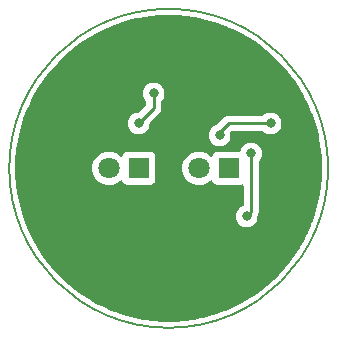
<source format=gbl>
G04 #@! TF.GenerationSoftware,KiCad,Pcbnew,6.0.8-f2edbf62ab~116~ubuntu20.04.1*
G04 #@! TF.CreationDate,2022-10-20T17:58:05+02:00*
G04 #@! TF.ProjectId,IR-Lese-Schreibkopf,49522d4c-6573-4652-9d53-636872656962,rev?*
G04 #@! TF.SameCoordinates,Original*
G04 #@! TF.FileFunction,Copper,L2,Bot*
G04 #@! TF.FilePolarity,Positive*
%FSLAX46Y46*%
G04 Gerber Fmt 4.6, Leading zero omitted, Abs format (unit mm)*
G04 Created by KiCad (PCBNEW 6.0.8-f2edbf62ab~116~ubuntu20.04.1) date 2022-10-20 17:58:05*
%MOMM*%
%LPD*%
G01*
G04 APERTURE LIST*
G04 #@! TA.AperFunction,Profile*
%ADD10C,0.200000*%
G04 #@! TD*
G04 #@! TA.AperFunction,ComponentPad*
%ADD11R,1.800000X1.800000*%
G04 #@! TD*
G04 #@! TA.AperFunction,ComponentPad*
%ADD12C,1.800000*%
G04 #@! TD*
G04 #@! TA.AperFunction,ViaPad*
%ADD13C,0.800000*%
G04 #@! TD*
G04 #@! TA.AperFunction,Conductor*
%ADD14C,0.250000*%
G04 #@! TD*
G04 APERTURE END LIST*
D10*
X150660000Y-99060000D02*
G75*
G03*
X150660000Y-99060000I-13500000J0D01*
G01*
D11*
X134620000Y-99060000D03*
D12*
X132080000Y-99060000D03*
D11*
X142240000Y-99060000D03*
D12*
X139700000Y-99060000D03*
D13*
X135890000Y-92710000D03*
X134620000Y-95250000D03*
X141478000Y-96266000D03*
X145796000Y-95250000D03*
X143764000Y-103124000D03*
X144145000Y-97790000D03*
X145415000Y-90170000D03*
X141732000Y-94234000D03*
X133350000Y-87630000D03*
X132080000Y-89535000D03*
X137160000Y-102870000D03*
X127635000Y-101854000D03*
X132715000Y-109855000D03*
X148590000Y-102870000D03*
X129032000Y-91186000D03*
X141986000Y-109474000D03*
X128016000Y-92202000D03*
X131318000Y-108966000D03*
X139065000Y-87630000D03*
X127635000Y-99695000D03*
X146050000Y-97155000D03*
X147320000Y-105410000D03*
X141732000Y-92710000D03*
X143510000Y-108966000D03*
X137160000Y-97155000D03*
X137160000Y-99695000D03*
X138430000Y-102870000D03*
X135890000Y-106426000D03*
D14*
X135890000Y-93980000D02*
X134620000Y-95250000D01*
X135890000Y-92710000D02*
X135890000Y-93980000D01*
X141478000Y-96266000D02*
X141478000Y-96012000D01*
X141478000Y-96012000D02*
X142240000Y-95250000D01*
X142240000Y-95250000D02*
X145796000Y-95250000D01*
X144145000Y-102743000D02*
X143764000Y-103124000D01*
X144145000Y-97790000D02*
X144145000Y-102743000D01*
G04 #@! TA.AperFunction,Conductor*
G36*
X137186076Y-86068618D02*
G01*
X137881809Y-86088659D01*
X137888608Y-86089040D01*
X138074665Y-86104500D01*
X138582216Y-86146674D01*
X138588991Y-86147422D01*
X139278466Y-86242482D01*
X139285191Y-86243595D01*
X139847127Y-86352314D01*
X139925761Y-86367528D01*
X139968521Y-86375801D01*
X139975173Y-86377275D01*
X140650379Y-86546250D01*
X140656916Y-86548075D01*
X141071760Y-86676094D01*
X141321993Y-86753315D01*
X141328450Y-86755501D01*
X141515211Y-86824400D01*
X141981440Y-86996401D01*
X141987729Y-86998916D01*
X142307256Y-87136857D01*
X142626763Y-87274790D01*
X142632945Y-87277660D01*
X143256082Y-87587665D01*
X143262101Y-87590865D01*
X143867575Y-87934124D01*
X143873412Y-87937645D01*
X144459450Y-88313153D01*
X144465087Y-88316985D01*
X145029916Y-88723604D01*
X145035339Y-88727734D01*
X145422369Y-89039469D01*
X145560817Y-89150983D01*
X145577396Y-89164337D01*
X145582580Y-89168749D01*
X146100226Y-89634023D01*
X146105170Y-89638715D01*
X146596884Y-90131288D01*
X146601568Y-90136241D01*
X147039656Y-90625355D01*
X147065932Y-90654692D01*
X147070340Y-90659891D01*
X147505982Y-91202690D01*
X147510092Y-91208104D01*
X147667612Y-91427719D01*
X147915767Y-91773700D01*
X147919588Y-91779345D01*
X148294048Y-92365999D01*
X148297559Y-92371841D01*
X148639761Y-92977915D01*
X148642950Y-92983939D01*
X148951879Y-93607637D01*
X148954736Y-93613818D01*
X149015178Y-93754500D01*
X149229484Y-94253312D01*
X149232004Y-94259646D01*
X149349723Y-94580460D01*
X149461371Y-94884729D01*
X149471759Y-94913040D01*
X149473931Y-94919493D01*
X149678004Y-95584909D01*
X149679823Y-95591467D01*
X149847620Y-96266975D01*
X149849075Y-96273592D01*
X149919931Y-96643279D01*
X149980096Y-96957186D01*
X149981197Y-96963913D01*
X150074971Y-97652945D01*
X150075053Y-97653550D01*
X150075787Y-97660309D01*
X150106155Y-98033671D01*
X150132212Y-98354030D01*
X150132581Y-98360837D01*
X150151448Y-99058087D01*
X150151493Y-99061935D01*
X150151190Y-99148767D01*
X150151118Y-99152614D01*
X150127384Y-99849702D01*
X150126968Y-99856506D01*
X150065701Y-100549820D01*
X150064917Y-100556591D01*
X149966252Y-101245546D01*
X149965104Y-101252265D01*
X149829319Y-101934900D01*
X149827813Y-101941531D01*
X149655305Y-102615847D01*
X149653437Y-102622402D01*
X149444728Y-103286363D01*
X149442509Y-103292808D01*
X149366503Y-103495556D01*
X149249844Y-103806749D01*
X149198198Y-103944515D01*
X149195637Y-103950822D01*
X148969102Y-104468112D01*
X148916422Y-104588405D01*
X148913524Y-104594561D01*
X148600262Y-105216062D01*
X148597034Y-105222059D01*
X148314098Y-105715095D01*
X148250597Y-105825749D01*
X148247045Y-105831567D01*
X147868491Y-106415604D01*
X147864630Y-106421222D01*
X147455040Y-106983940D01*
X147450881Y-106989340D01*
X147011457Y-107529088D01*
X147007012Y-107534256D01*
X146539040Y-108049453D01*
X146534323Y-108054373D01*
X146292091Y-108293664D01*
X146039163Y-108543520D01*
X146034207Y-108548158D01*
X145656612Y-108882813D01*
X145513327Y-109009804D01*
X145508106Y-109014185D01*
X144963032Y-109446980D01*
X144957581Y-109451073D01*
X144389890Y-109853766D01*
X144384230Y-109857555D01*
X143906693Y-110158858D01*
X143795601Y-110228952D01*
X143789742Y-110232431D01*
X143181872Y-110571462D01*
X143175873Y-110574598D01*
X142661447Y-110826057D01*
X142550552Y-110880264D01*
X142544356Y-110883088D01*
X142016272Y-111106703D01*
X141903431Y-111154485D01*
X141897087Y-111156971D01*
X141362732Y-111349877D01*
X141242438Y-111393304D01*
X141235967Y-111395444D01*
X140569492Y-111596030D01*
X140562914Y-111597817D01*
X140124486Y-111704289D01*
X139886566Y-111762068D01*
X139879921Y-111763493D01*
X139310364Y-111869568D01*
X139195663Y-111890930D01*
X139188930Y-111891996D01*
X138498816Y-111982239D01*
X138492036Y-111982940D01*
X137798032Y-112035731D01*
X137791224Y-112036064D01*
X137381749Y-112044999D01*
X137095371Y-112051248D01*
X137088573Y-112051212D01*
X136693605Y-112038455D01*
X136392933Y-112028743D01*
X136386129Y-112028339D01*
X136096256Y-112003234D01*
X135692700Y-111968282D01*
X135685950Y-111967512D01*
X135400338Y-111927118D01*
X134996814Y-111870047D01*
X134990093Y-111868911D01*
X134307203Y-111734314D01*
X134300554Y-111732815D01*
X133625976Y-111561494D01*
X133619417Y-111559638D01*
X133093865Y-111395444D01*
X132955068Y-111352081D01*
X132948645Y-111349881D01*
X132296500Y-111106703D01*
X132290180Y-111104150D01*
X131652133Y-110826057D01*
X131645960Y-110823165D01*
X131023893Y-110510978D01*
X131017906Y-110507767D01*
X130413634Y-110162398D01*
X130407811Y-110158858D01*
X129823093Y-109781310D01*
X129817469Y-109777459D01*
X129254033Y-109368849D01*
X129248625Y-109364699D01*
X129048750Y-109202555D01*
X128708093Y-108926203D01*
X128702950Y-108921794D01*
X128186931Y-108454718D01*
X128182004Y-108450010D01*
X127692012Y-107955723D01*
X127687345Y-107950754D01*
X127224784Y-107430673D01*
X127220394Y-107425459D01*
X126786649Y-106881142D01*
X126782547Y-106875698D01*
X126378872Y-106308723D01*
X126375070Y-106303065D01*
X126002653Y-105715095D01*
X125999162Y-105709240D01*
X125659071Y-105101963D01*
X125655903Y-105095928D01*
X125349159Y-104471168D01*
X125346326Y-104464980D01*
X125073814Y-103824535D01*
X125071316Y-103818193D01*
X124833837Y-103163949D01*
X124831686Y-103157481D01*
X124629942Y-102491375D01*
X124628143Y-102484800D01*
X124462714Y-101808749D01*
X124461273Y-101802087D01*
X124332644Y-101118060D01*
X124331566Y-101111329D01*
X124240116Y-100421353D01*
X124239404Y-100414574D01*
X124185402Y-99720680D01*
X124185057Y-99713873D01*
X124171785Y-99150697D01*
X124168834Y-99025469D01*
X130667095Y-99025469D01*
X130667392Y-99030622D01*
X130667392Y-99030625D01*
X130674204Y-99148767D01*
X130680427Y-99256697D01*
X130681564Y-99261743D01*
X130681565Y-99261749D01*
X130713741Y-99404523D01*
X130731346Y-99482642D01*
X130818484Y-99697237D01*
X130939501Y-99894719D01*
X131091147Y-100069784D01*
X131269349Y-100217730D01*
X131469322Y-100334584D01*
X131685694Y-100417209D01*
X131690760Y-100418240D01*
X131690761Y-100418240D01*
X131706062Y-100421353D01*
X131912656Y-100463385D01*
X132042089Y-100468131D01*
X132138949Y-100471683D01*
X132138953Y-100471683D01*
X132144113Y-100471872D01*
X132149233Y-100471216D01*
X132149235Y-100471216D01*
X132223166Y-100461745D01*
X132373847Y-100442442D01*
X132378795Y-100440957D01*
X132378802Y-100440956D01*
X132590747Y-100377369D01*
X132595690Y-100375886D01*
X132676236Y-100336427D01*
X132799049Y-100276262D01*
X132799052Y-100276260D01*
X132803684Y-100273991D01*
X132992243Y-100139494D01*
X133037309Y-100094585D01*
X133099681Y-100060669D01*
X133170487Y-100065857D01*
X133227249Y-100108503D01*
X133244231Y-100139607D01*
X133269385Y-100206705D01*
X133356739Y-100323261D01*
X133473295Y-100410615D01*
X133609684Y-100461745D01*
X133671866Y-100468500D01*
X135568134Y-100468500D01*
X135630316Y-100461745D01*
X135766705Y-100410615D01*
X135883261Y-100323261D01*
X135970615Y-100206705D01*
X136021745Y-100070316D01*
X136028500Y-100008134D01*
X136028500Y-99025469D01*
X138287095Y-99025469D01*
X138287392Y-99030622D01*
X138287392Y-99030625D01*
X138294204Y-99148767D01*
X138300427Y-99256697D01*
X138301564Y-99261743D01*
X138301565Y-99261749D01*
X138333741Y-99404523D01*
X138351346Y-99482642D01*
X138438484Y-99697237D01*
X138559501Y-99894719D01*
X138711147Y-100069784D01*
X138889349Y-100217730D01*
X139089322Y-100334584D01*
X139305694Y-100417209D01*
X139310760Y-100418240D01*
X139310761Y-100418240D01*
X139326062Y-100421353D01*
X139532656Y-100463385D01*
X139662089Y-100468131D01*
X139758949Y-100471683D01*
X139758953Y-100471683D01*
X139764113Y-100471872D01*
X139769233Y-100471216D01*
X139769235Y-100471216D01*
X139843166Y-100461745D01*
X139993847Y-100442442D01*
X139998795Y-100440957D01*
X139998802Y-100440956D01*
X140210747Y-100377369D01*
X140215690Y-100375886D01*
X140296236Y-100336427D01*
X140419049Y-100276262D01*
X140419052Y-100276260D01*
X140423684Y-100273991D01*
X140612243Y-100139494D01*
X140657309Y-100094585D01*
X140719681Y-100060669D01*
X140790487Y-100065857D01*
X140847249Y-100108503D01*
X140864231Y-100139607D01*
X140889385Y-100206705D01*
X140976739Y-100323261D01*
X141093295Y-100410615D01*
X141229684Y-100461745D01*
X141291866Y-100468500D01*
X143188134Y-100468500D01*
X143250316Y-100461745D01*
X143257712Y-100458973D01*
X143257718Y-100458971D01*
X143341271Y-100427648D01*
X143412078Y-100422465D01*
X143474447Y-100456386D01*
X143508576Y-100518641D01*
X143511500Y-100545630D01*
X143511500Y-102160118D01*
X143491498Y-102228239D01*
X143436748Y-102275225D01*
X143313281Y-102330195D01*
X143313274Y-102330199D01*
X143307248Y-102332882D01*
X143152747Y-102445134D01*
X143148326Y-102450044D01*
X143148325Y-102450045D01*
X143117032Y-102484800D01*
X143024960Y-102587056D01*
X142929473Y-102752444D01*
X142870458Y-102934072D01*
X142869768Y-102940633D01*
X142869768Y-102940635D01*
X142866642Y-102970378D01*
X142850496Y-103124000D01*
X142870458Y-103313928D01*
X142929473Y-103495556D01*
X143024960Y-103660944D01*
X143152747Y-103802866D01*
X143307248Y-103915118D01*
X143313276Y-103917802D01*
X143313278Y-103917803D01*
X143373275Y-103944515D01*
X143481712Y-103992794D01*
X143575113Y-104012647D01*
X143662056Y-104031128D01*
X143662061Y-104031128D01*
X143668513Y-104032500D01*
X143859487Y-104032500D01*
X143865939Y-104031128D01*
X143865944Y-104031128D01*
X143952887Y-104012647D01*
X144046288Y-103992794D01*
X144154725Y-103944515D01*
X144214722Y-103917803D01*
X144214724Y-103917802D01*
X144220752Y-103915118D01*
X144375253Y-103802866D01*
X144503040Y-103660944D01*
X144598527Y-103495556D01*
X144657542Y-103313928D01*
X144677504Y-103124000D01*
X144678603Y-103124115D01*
X144693578Y-103069376D01*
X144694613Y-103068041D01*
X144712176Y-103027457D01*
X144717383Y-103016827D01*
X144738695Y-102978060D01*
X144740666Y-102970383D01*
X144740668Y-102970378D01*
X144743732Y-102958442D01*
X144750138Y-102939730D01*
X144755034Y-102928417D01*
X144758181Y-102921145D01*
X144765097Y-102877481D01*
X144767504Y-102865860D01*
X144776528Y-102830711D01*
X144776528Y-102830710D01*
X144778500Y-102823030D01*
X144778500Y-102802769D01*
X144780051Y-102783058D01*
X144781979Y-102770885D01*
X144783219Y-102763057D01*
X144779059Y-102719046D01*
X144778500Y-102707189D01*
X144778500Y-98492524D01*
X144798502Y-98424403D01*
X144810858Y-98408221D01*
X144884040Y-98326944D01*
X144948206Y-98215806D01*
X144976223Y-98167279D01*
X144976224Y-98167278D01*
X144979527Y-98161556D01*
X145038542Y-97979928D01*
X145044662Y-97921705D01*
X145057814Y-97796565D01*
X145058504Y-97790000D01*
X145049700Y-97706233D01*
X145039232Y-97606635D01*
X145039232Y-97606633D01*
X145038542Y-97600072D01*
X144979527Y-97418444D01*
X144884040Y-97253056D01*
X144756253Y-97111134D01*
X144601752Y-96998882D01*
X144595724Y-96996198D01*
X144595722Y-96996197D01*
X144433319Y-96923891D01*
X144433318Y-96923891D01*
X144427288Y-96921206D01*
X144333888Y-96901353D01*
X144246944Y-96882872D01*
X144246939Y-96882872D01*
X144240487Y-96881500D01*
X144049513Y-96881500D01*
X144043061Y-96882872D01*
X144043056Y-96882872D01*
X143956112Y-96901353D01*
X143862712Y-96921206D01*
X143856682Y-96923891D01*
X143856681Y-96923891D01*
X143694278Y-96996197D01*
X143694276Y-96996198D01*
X143688248Y-96998882D01*
X143533747Y-97111134D01*
X143405960Y-97253056D01*
X143310473Y-97418444D01*
X143308431Y-97424729D01*
X143263037Y-97564436D01*
X143222963Y-97623042D01*
X143157567Y-97650679D01*
X143143204Y-97651500D01*
X141291866Y-97651500D01*
X141229684Y-97658255D01*
X141093295Y-97709385D01*
X140976739Y-97796739D01*
X140889385Y-97913295D01*
X140886233Y-97921703D01*
X140886232Y-97921705D01*
X140865538Y-97976906D01*
X140822897Y-98033671D01*
X140756335Y-98058371D01*
X140686986Y-98043164D01*
X140664167Y-98026666D01*
X140663887Y-98026358D01*
X140531373Y-97921705D01*
X140486177Y-97886011D01*
X140486172Y-97886008D01*
X140482123Y-97882810D01*
X140477607Y-97880317D01*
X140477604Y-97880315D01*
X140283879Y-97773373D01*
X140283875Y-97773371D01*
X140279355Y-97770876D01*
X140274486Y-97769152D01*
X140274482Y-97769150D01*
X140065903Y-97695288D01*
X140065899Y-97695287D01*
X140061028Y-97693562D01*
X140055935Y-97692655D01*
X140055932Y-97692654D01*
X139838095Y-97653851D01*
X139838089Y-97653850D01*
X139833006Y-97652945D01*
X139760096Y-97652054D01*
X139606581Y-97650179D01*
X139606579Y-97650179D01*
X139601411Y-97650116D01*
X139372464Y-97685150D01*
X139152314Y-97757106D01*
X139147726Y-97759494D01*
X139147722Y-97759496D01*
X138951461Y-97861663D01*
X138946872Y-97864052D01*
X138942739Y-97867155D01*
X138942736Y-97867157D01*
X138784178Y-97986206D01*
X138761655Y-98003117D01*
X138601639Y-98170564D01*
X138471119Y-98361899D01*
X138373602Y-98571981D01*
X138311707Y-98795169D01*
X138287095Y-99025469D01*
X136028500Y-99025469D01*
X136028500Y-98111866D01*
X136021745Y-98049684D01*
X135970615Y-97913295D01*
X135883261Y-97796739D01*
X135766705Y-97709385D01*
X135630316Y-97658255D01*
X135568134Y-97651500D01*
X133671866Y-97651500D01*
X133609684Y-97658255D01*
X133473295Y-97709385D01*
X133356739Y-97796739D01*
X133269385Y-97913295D01*
X133266233Y-97921703D01*
X133266232Y-97921705D01*
X133245538Y-97976906D01*
X133202897Y-98033671D01*
X133136335Y-98058371D01*
X133066986Y-98043164D01*
X133044167Y-98026666D01*
X133043887Y-98026358D01*
X132911373Y-97921705D01*
X132866177Y-97886011D01*
X132866172Y-97886008D01*
X132862123Y-97882810D01*
X132857607Y-97880317D01*
X132857604Y-97880315D01*
X132663879Y-97773373D01*
X132663875Y-97773371D01*
X132659355Y-97770876D01*
X132654486Y-97769152D01*
X132654482Y-97769150D01*
X132445903Y-97695288D01*
X132445899Y-97695287D01*
X132441028Y-97693562D01*
X132435935Y-97692655D01*
X132435932Y-97692654D01*
X132218095Y-97653851D01*
X132218089Y-97653850D01*
X132213006Y-97652945D01*
X132140096Y-97652054D01*
X131986581Y-97650179D01*
X131986579Y-97650179D01*
X131981411Y-97650116D01*
X131752464Y-97685150D01*
X131532314Y-97757106D01*
X131527726Y-97759494D01*
X131527722Y-97759496D01*
X131331461Y-97861663D01*
X131326872Y-97864052D01*
X131322739Y-97867155D01*
X131322736Y-97867157D01*
X131164178Y-97986206D01*
X131141655Y-98003117D01*
X130981639Y-98170564D01*
X130851119Y-98361899D01*
X130753602Y-98571981D01*
X130691707Y-98795169D01*
X130667095Y-99025469D01*
X124168834Y-99025469D01*
X124168659Y-99018047D01*
X124168683Y-99011240D01*
X124189938Y-98315572D01*
X124190330Y-98308767D01*
X124249176Y-97615245D01*
X124249936Y-97608471D01*
X124335441Y-96996197D01*
X124346201Y-96919147D01*
X124347324Y-96912438D01*
X124369824Y-96797226D01*
X124473564Y-96266000D01*
X140564496Y-96266000D01*
X140584458Y-96455928D01*
X140643473Y-96637556D01*
X140738960Y-96802944D01*
X140866747Y-96944866D01*
X141021248Y-97057118D01*
X141027276Y-97059802D01*
X141027278Y-97059803D01*
X141189681Y-97132109D01*
X141195712Y-97134794D01*
X141289113Y-97154647D01*
X141376056Y-97173128D01*
X141376061Y-97173128D01*
X141382513Y-97174500D01*
X141573487Y-97174500D01*
X141579939Y-97173128D01*
X141579944Y-97173128D01*
X141666887Y-97154647D01*
X141760288Y-97134794D01*
X141766319Y-97132109D01*
X141928722Y-97059803D01*
X141928724Y-97059802D01*
X141934752Y-97057118D01*
X142089253Y-96944866D01*
X142217040Y-96802944D01*
X142312527Y-96637556D01*
X142371542Y-96455928D01*
X142391504Y-96266000D01*
X142386951Y-96222684D01*
X142371955Y-96080000D01*
X142384727Y-96010162D01*
X142408170Y-95977734D01*
X142465501Y-95920404D01*
X142527814Y-95886379D01*
X142554596Y-95883500D01*
X145087800Y-95883500D01*
X145155921Y-95903502D01*
X145175147Y-95919843D01*
X145175420Y-95919540D01*
X145180332Y-95923963D01*
X145184747Y-95928866D01*
X145206329Y-95944546D01*
X145323252Y-96029496D01*
X145339248Y-96041118D01*
X145345276Y-96043802D01*
X145345278Y-96043803D01*
X145432497Y-96082635D01*
X145513712Y-96118794D01*
X145607112Y-96138647D01*
X145694056Y-96157128D01*
X145694061Y-96157128D01*
X145700513Y-96158500D01*
X145891487Y-96158500D01*
X145897939Y-96157128D01*
X145897944Y-96157128D01*
X145984887Y-96138647D01*
X146078288Y-96118794D01*
X146159503Y-96082635D01*
X146246722Y-96043803D01*
X146246724Y-96043802D01*
X146252752Y-96041118D01*
X146407253Y-95928866D01*
X146443400Y-95888721D01*
X146530621Y-95791852D01*
X146530622Y-95791851D01*
X146535040Y-95786944D01*
X146630527Y-95621556D01*
X146689542Y-95439928D01*
X146709504Y-95250000D01*
X146689542Y-95060072D01*
X146630527Y-94878444D01*
X146535040Y-94713056D01*
X146518882Y-94695110D01*
X146411675Y-94576045D01*
X146411674Y-94576044D01*
X146407253Y-94571134D01*
X146275856Y-94475668D01*
X146258094Y-94462763D01*
X146258093Y-94462762D01*
X146252752Y-94458882D01*
X146246724Y-94456198D01*
X146246722Y-94456197D01*
X146084319Y-94383891D01*
X146084318Y-94383891D01*
X146078288Y-94381206D01*
X145983702Y-94361101D01*
X145897944Y-94342872D01*
X145897939Y-94342872D01*
X145891487Y-94341500D01*
X145700513Y-94341500D01*
X145694061Y-94342872D01*
X145694056Y-94342872D01*
X145608298Y-94361101D01*
X145513712Y-94381206D01*
X145507682Y-94383891D01*
X145507681Y-94383891D01*
X145345278Y-94456197D01*
X145345276Y-94456198D01*
X145339248Y-94458882D01*
X145333907Y-94462762D01*
X145333906Y-94462763D01*
X145316144Y-94475668D01*
X145184747Y-94571134D01*
X145180332Y-94576037D01*
X145175420Y-94580460D01*
X145174295Y-94579211D01*
X145120986Y-94612051D01*
X145087800Y-94616500D01*
X142318768Y-94616500D01*
X142307585Y-94615973D01*
X142300092Y-94614298D01*
X142292166Y-94614547D01*
X142292165Y-94614547D01*
X142232002Y-94616438D01*
X142228044Y-94616500D01*
X142200144Y-94616500D01*
X142196154Y-94617004D01*
X142184320Y-94617936D01*
X142140111Y-94619326D01*
X142132497Y-94621538D01*
X142132492Y-94621539D01*
X142120659Y-94624977D01*
X142101296Y-94628988D01*
X142081203Y-94631526D01*
X142073836Y-94634443D01*
X142073831Y-94634444D01*
X142040092Y-94647802D01*
X142028865Y-94651646D01*
X141986407Y-94663982D01*
X141979581Y-94668019D01*
X141968972Y-94674293D01*
X141951224Y-94682988D01*
X141932383Y-94690448D01*
X141925967Y-94695110D01*
X141925966Y-94695110D01*
X141896613Y-94716436D01*
X141886693Y-94722952D01*
X141855465Y-94741420D01*
X141855462Y-94741422D01*
X141848638Y-94745458D01*
X141834317Y-94759779D01*
X141819284Y-94772619D01*
X141802893Y-94784528D01*
X141776516Y-94816413D01*
X141774712Y-94818593D01*
X141766722Y-94827374D01*
X141214347Y-95379748D01*
X141176501Y-95405759D01*
X141027278Y-95472197D01*
X141027276Y-95472198D01*
X141021248Y-95474882D01*
X140866747Y-95587134D01*
X140738960Y-95729056D01*
X140735659Y-95734774D01*
X140649792Y-95883500D01*
X140643473Y-95894444D01*
X140584458Y-96076072D01*
X140583768Y-96082633D01*
X140583768Y-96082635D01*
X140569049Y-96222684D01*
X140564496Y-96266000D01*
X124473564Y-96266000D01*
X124480724Y-96229336D01*
X124482211Y-96222684D01*
X124535790Y-96010162D01*
X124652359Y-95547791D01*
X124654199Y-95541246D01*
X124744634Y-95250000D01*
X133706496Y-95250000D01*
X133726458Y-95439928D01*
X133785473Y-95621556D01*
X133880960Y-95786944D01*
X133885378Y-95791851D01*
X133885379Y-95791852D01*
X133972600Y-95888721D01*
X134008747Y-95928866D01*
X134163248Y-96041118D01*
X134169276Y-96043802D01*
X134169278Y-96043803D01*
X134256497Y-96082635D01*
X134337712Y-96118794D01*
X134431112Y-96138647D01*
X134518056Y-96157128D01*
X134518061Y-96157128D01*
X134524513Y-96158500D01*
X134715487Y-96158500D01*
X134721939Y-96157128D01*
X134721944Y-96157128D01*
X134808887Y-96138647D01*
X134902288Y-96118794D01*
X134983503Y-96082635D01*
X135070722Y-96043803D01*
X135070724Y-96043802D01*
X135076752Y-96041118D01*
X135231253Y-95928866D01*
X135267400Y-95888721D01*
X135354621Y-95791852D01*
X135354622Y-95791851D01*
X135359040Y-95786944D01*
X135454527Y-95621556D01*
X135513542Y-95439928D01*
X135530907Y-95274706D01*
X135557920Y-95209050D01*
X135567122Y-95198782D01*
X136282247Y-94483657D01*
X136290537Y-94476113D01*
X136297018Y-94472000D01*
X136343659Y-94422332D01*
X136346413Y-94419491D01*
X136366134Y-94399770D01*
X136368612Y-94396575D01*
X136376318Y-94387553D01*
X136401158Y-94361101D01*
X136406586Y-94355321D01*
X136416346Y-94337568D01*
X136427199Y-94321045D01*
X136434753Y-94311306D01*
X136439613Y-94305041D01*
X136457176Y-94264457D01*
X136462383Y-94253827D01*
X136483695Y-94215060D01*
X136485666Y-94207383D01*
X136485668Y-94207378D01*
X136488732Y-94195442D01*
X136495138Y-94176730D01*
X136500033Y-94165419D01*
X136503181Y-94158145D01*
X136504421Y-94150317D01*
X136504423Y-94150310D01*
X136510099Y-94114476D01*
X136512505Y-94102856D01*
X136521528Y-94067711D01*
X136521528Y-94067710D01*
X136523500Y-94060030D01*
X136523500Y-94039776D01*
X136525051Y-94020065D01*
X136526980Y-94007886D01*
X136528220Y-94000057D01*
X136524059Y-93956038D01*
X136523500Y-93944181D01*
X136523500Y-93412524D01*
X136543502Y-93344403D01*
X136555858Y-93328221D01*
X136629040Y-93246944D01*
X136724527Y-93081556D01*
X136783542Y-92899928D01*
X136803504Y-92710000D01*
X136783542Y-92520072D01*
X136724527Y-92338444D01*
X136629040Y-92173056D01*
X136501253Y-92031134D01*
X136346752Y-91918882D01*
X136340724Y-91916198D01*
X136340722Y-91916197D01*
X136178319Y-91843891D01*
X136178318Y-91843891D01*
X136172288Y-91841206D01*
X136078888Y-91821353D01*
X135991944Y-91802872D01*
X135991939Y-91802872D01*
X135985487Y-91801500D01*
X135794513Y-91801500D01*
X135788061Y-91802872D01*
X135788056Y-91802872D01*
X135701112Y-91821353D01*
X135607712Y-91841206D01*
X135601682Y-91843891D01*
X135601681Y-91843891D01*
X135439278Y-91916197D01*
X135439276Y-91916198D01*
X135433248Y-91918882D01*
X135278747Y-92031134D01*
X135150960Y-92173056D01*
X135055473Y-92338444D01*
X134996458Y-92520072D01*
X134976496Y-92710000D01*
X134996458Y-92899928D01*
X135055473Y-93081556D01*
X135150960Y-93246944D01*
X135224137Y-93328215D01*
X135254853Y-93392221D01*
X135256500Y-93412524D01*
X135256500Y-93665405D01*
X135236498Y-93733526D01*
X135219595Y-93754500D01*
X134669500Y-94304595D01*
X134607188Y-94338621D01*
X134580405Y-94341500D01*
X134524513Y-94341500D01*
X134518061Y-94342872D01*
X134518056Y-94342872D01*
X134432298Y-94361101D01*
X134337712Y-94381206D01*
X134331682Y-94383891D01*
X134331681Y-94383891D01*
X134169278Y-94456197D01*
X134169276Y-94456198D01*
X134163248Y-94458882D01*
X134157907Y-94462762D01*
X134157906Y-94462763D01*
X134140144Y-94475668D01*
X134008747Y-94571134D01*
X134004326Y-94576044D01*
X134004325Y-94576045D01*
X133897119Y-94695110D01*
X133880960Y-94713056D01*
X133785473Y-94878444D01*
X133726458Y-95060072D01*
X133706496Y-95250000D01*
X124744634Y-95250000D01*
X124860597Y-94876538D01*
X124862793Y-94870085D01*
X124951275Y-94631526D01*
X125104837Y-94217506D01*
X125107374Y-94211195D01*
X125114208Y-94195442D01*
X125384343Y-93572688D01*
X125387223Y-93566511D01*
X125698328Y-92943894D01*
X125701539Y-92937881D01*
X126025431Y-92368883D01*
X126045854Y-92333006D01*
X126049367Y-92327203D01*
X126425898Y-91741821D01*
X126429739Y-91736190D01*
X126837373Y-91172030D01*
X126841514Y-91166615D01*
X127279037Y-90625355D01*
X127283463Y-90620172D01*
X127749642Y-90103335D01*
X127754343Y-90098399D01*
X128247774Y-89607545D01*
X128252735Y-89602870D01*
X128771986Y-89139420D01*
X128777192Y-89135020D01*
X129320760Y-88700318D01*
X129326197Y-88696206D01*
X129524251Y-88554674D01*
X129892494Y-88291524D01*
X129898115Y-88287733D01*
X130485450Y-87914281D01*
X130491295Y-87910782D01*
X131097970Y-87569635D01*
X131104000Y-87566456D01*
X131728223Y-87258624D01*
X131734415Y-87255776D01*
X132374365Y-86982154D01*
X132380703Y-86979644D01*
X133034531Y-86741023D01*
X133040995Y-86738860D01*
X133706770Y-86535948D01*
X133713342Y-86534138D01*
X134389108Y-86367528D01*
X134395768Y-86366076D01*
X134737660Y-86301166D01*
X135079566Y-86236253D01*
X135086266Y-86235167D01*
X135776103Y-86142511D01*
X135782866Y-86141789D01*
X136129774Y-86114181D01*
X136476674Y-86086575D01*
X136483482Y-86086218D01*
X136809290Y-86077971D01*
X137179276Y-86068606D01*
X137186076Y-86068618D01*
G37*
G04 #@! TD.AperFunction*
M02*

</source>
